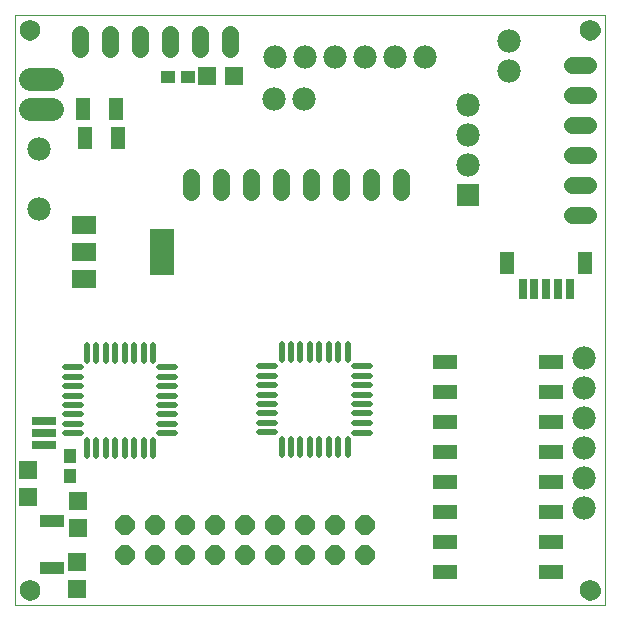
<source format=gts>
G75*
G70*
%OFA0B0*%
%FSLAX24Y24*%
%IPPOS*%
%LPD*%
%AMOC8*
5,1,8,0,0,1.08239X$1,22.5*
%
%ADD10C,0.0000*%
%ADD11C,0.0690*%
%ADD12C,0.0210*%
%ADD13R,0.0480X0.0740*%
%ADD14R,0.0640X0.0640*%
%ADD15C,0.0560*%
%ADD16R,0.0827X0.0316*%
%ADD17R,0.0820X0.0440*%
%ADD18R,0.0840X0.0640*%
%ADD19R,0.0840X0.1540*%
%ADD20C,0.0780*%
%ADD21R,0.0780X0.0780*%
%ADD22R,0.0512X0.0749*%
%ADD23R,0.0276X0.0650*%
%ADD24OC8,0.0640*%
%ADD25R,0.0473X0.0434*%
%ADD26C,0.0780*%
%ADD27R,0.0830X0.0470*%
%ADD28R,0.0434X0.0473*%
D10*
X000534Y000171D02*
X000534Y019856D01*
X020219Y019856D01*
X020211Y000171D01*
X000534Y000171D01*
X000709Y000671D02*
X000746Y000822D01*
X000849Y000938D01*
X000995Y000994D01*
X001149Y000975D01*
X001277Y000887D01*
X001350Y000749D01*
X001350Y000593D01*
X001277Y000455D01*
X001149Y000367D01*
X000995Y000348D01*
X000849Y000404D01*
X000746Y000520D01*
X000709Y000671D01*
X000709Y019349D02*
X000746Y019500D01*
X000849Y019616D01*
X000995Y019672D01*
X001149Y019653D01*
X001277Y019565D01*
X001350Y019427D01*
X001350Y019271D01*
X001277Y019133D01*
X001149Y019045D01*
X000995Y019026D01*
X000849Y019082D01*
X000746Y019198D01*
X000709Y019349D01*
X019386Y019349D02*
X019423Y019500D01*
X019526Y019616D01*
X019672Y019672D01*
X019826Y019653D01*
X019954Y019565D01*
X020027Y019427D01*
X020027Y019271D01*
X019954Y019133D01*
X019826Y019045D01*
X019672Y019026D01*
X019526Y019082D01*
X019423Y019198D01*
X019386Y019349D01*
X019386Y000671D02*
X019423Y000822D01*
X019526Y000938D01*
X019672Y000994D01*
X019826Y000975D01*
X019954Y000887D01*
X020027Y000749D01*
X020027Y000593D01*
X019954Y000455D01*
X019826Y000367D01*
X019672Y000348D01*
X019526Y000404D01*
X019423Y000520D01*
X019386Y000671D01*
D11*
X019711Y000671D03*
X001034Y000671D03*
X001034Y019349D03*
X019711Y019349D03*
D12*
X011629Y008872D02*
X011629Y008342D01*
X011314Y008342D02*
X011314Y008872D01*
X010999Y008872D02*
X010999Y008342D01*
X010684Y008342D02*
X010684Y008872D01*
X010369Y008872D02*
X010369Y008342D01*
X010054Y008342D02*
X010054Y008872D01*
X009740Y008872D02*
X009740Y008342D01*
X009425Y008342D02*
X009425Y008872D01*
X009214Y008137D02*
X008684Y008137D01*
X008684Y007817D02*
X009214Y007817D01*
X009214Y007507D02*
X008684Y007507D01*
X008684Y007187D02*
X009214Y007187D01*
X009214Y006877D02*
X008684Y006877D01*
X008684Y006567D02*
X009214Y006567D01*
X009214Y006247D02*
X008684Y006247D01*
X008680Y005929D02*
X009210Y005929D01*
X009429Y005722D02*
X009429Y005192D01*
X009740Y005194D02*
X009740Y005724D01*
X010054Y005724D02*
X010054Y005194D01*
X010369Y005194D02*
X010369Y005724D01*
X010684Y005724D02*
X010684Y005194D01*
X010999Y005194D02*
X010999Y005724D01*
X011314Y005724D02*
X011314Y005194D01*
X011629Y005194D02*
X011629Y005724D01*
X011834Y005927D02*
X012364Y005927D01*
X012364Y006247D02*
X011834Y006247D01*
X011834Y006567D02*
X012364Y006567D01*
X012364Y006877D02*
X011834Y006877D01*
X011834Y007187D02*
X012364Y007187D01*
X012364Y007507D02*
X011834Y007507D01*
X011834Y007817D02*
X012364Y007817D01*
X012364Y008137D02*
X011834Y008137D01*
X005878Y008106D02*
X005348Y008106D01*
X005348Y007791D02*
X005878Y007791D01*
X005878Y007476D02*
X005348Y007476D01*
X005348Y007161D02*
X005878Y007161D01*
X005878Y006847D02*
X005348Y006847D01*
X005348Y006532D02*
X005878Y006532D01*
X005878Y006217D02*
X005348Y006217D01*
X005350Y005906D02*
X005880Y005906D01*
X005143Y005688D02*
X005143Y005158D01*
X004825Y005161D02*
X004825Y005691D01*
X004505Y005691D02*
X004505Y005161D01*
X004195Y005161D02*
X004195Y005691D01*
X003885Y005691D02*
X003885Y005161D01*
X003565Y005161D02*
X003565Y005691D01*
X003255Y005691D02*
X003255Y005161D01*
X002935Y005161D02*
X002935Y005691D01*
X002730Y005902D02*
X002200Y005902D01*
X002200Y006217D02*
X002730Y006217D01*
X002730Y006532D02*
X002200Y006532D01*
X002200Y006847D02*
X002730Y006847D01*
X002730Y007161D02*
X002200Y007161D01*
X002200Y007476D02*
X002730Y007476D01*
X002730Y007791D02*
X002200Y007791D01*
X002200Y008106D02*
X002730Y008106D01*
X002935Y008311D02*
X002935Y008841D01*
X003255Y008841D02*
X003255Y008311D01*
X003565Y008311D02*
X003565Y008841D01*
X003885Y008841D02*
X003885Y008311D01*
X004195Y008311D02*
X004195Y008841D01*
X004505Y008841D02*
X004505Y008311D01*
X004825Y008311D02*
X004825Y008841D01*
X005145Y008841D02*
X005145Y008311D01*
D13*
X003969Y015749D03*
X003913Y016700D03*
X002869Y015749D03*
X002813Y016700D03*
D14*
X006947Y017803D03*
X007847Y017803D03*
X000964Y004692D03*
X000964Y003792D03*
X002637Y003642D03*
X002637Y002742D03*
X002593Y001597D03*
X002593Y000697D03*
D15*
X006398Y013930D02*
X006398Y014450D01*
X007398Y014450D02*
X007398Y013930D01*
X008398Y013930D02*
X008398Y014450D01*
X009398Y014450D02*
X009398Y013930D01*
X010398Y013930D02*
X010398Y014450D01*
X011398Y014450D02*
X011398Y013930D01*
X012398Y013930D02*
X012398Y014450D01*
X013398Y014450D02*
X013398Y013930D01*
X019109Y014165D02*
X019629Y014165D01*
X019629Y015165D02*
X019109Y015165D01*
X019109Y016165D02*
X019629Y016165D01*
X019629Y017165D02*
X019109Y017165D01*
X019109Y018165D02*
X019629Y018165D01*
X019629Y013165D02*
X019109Y013165D01*
X007710Y018706D02*
X007710Y019226D01*
X006710Y019226D02*
X006710Y018706D01*
X005710Y018706D02*
X005710Y019226D01*
X004710Y019226D02*
X004710Y018706D01*
X003710Y018706D02*
X003710Y019226D01*
X002710Y019226D02*
X002710Y018706D01*
D16*
X001510Y006310D03*
X001510Y005916D03*
X001510Y005522D03*
D17*
X001765Y002983D03*
X001765Y001408D03*
D18*
X002840Y011047D03*
X002840Y011947D03*
X002840Y012847D03*
D19*
X005440Y011947D03*
D20*
X001327Y013378D03*
X001327Y015378D03*
X009180Y017041D03*
X010180Y017041D03*
X010219Y018439D03*
X009219Y018439D03*
X011219Y018439D03*
X012219Y018439D03*
X013219Y018439D03*
X014219Y018439D03*
X015644Y016833D03*
X015644Y015833D03*
X015644Y014833D03*
X017011Y017974D03*
X017011Y018974D03*
X019503Y008400D03*
X019503Y007400D03*
X019503Y006400D03*
X019503Y005400D03*
X019503Y004400D03*
X019503Y003400D03*
D21*
X015644Y013833D03*
D22*
X016951Y011591D03*
X019550Y011591D03*
D23*
X019038Y010715D03*
X018644Y010715D03*
X018251Y010715D03*
X017857Y010715D03*
X017463Y010715D03*
D24*
X012200Y002860D03*
X011200Y002860D03*
X011200Y001860D03*
X012200Y001860D03*
X010200Y001860D03*
X010200Y002860D03*
X009200Y002860D03*
X009200Y001860D03*
X008200Y001860D03*
X008200Y002860D03*
X007200Y002860D03*
X007200Y001860D03*
X006200Y001860D03*
X006200Y002860D03*
X005200Y002860D03*
X005200Y001860D03*
X004200Y001860D03*
X004200Y002860D03*
D25*
X005652Y017789D03*
X006322Y017789D03*
D26*
X001774Y017703D02*
X001034Y017703D01*
X001034Y016703D02*
X001774Y016703D01*
D27*
X014870Y008278D03*
X014870Y007278D03*
X014870Y006278D03*
X014870Y005278D03*
X014870Y004278D03*
X014870Y003278D03*
X014870Y002278D03*
X014870Y001278D03*
X018410Y001278D03*
X018410Y002278D03*
X018410Y003278D03*
X018410Y004278D03*
X018410Y005278D03*
X018410Y006278D03*
X018410Y007278D03*
X018410Y008278D03*
D28*
X002389Y005144D03*
X002389Y004474D03*
M02*

</source>
